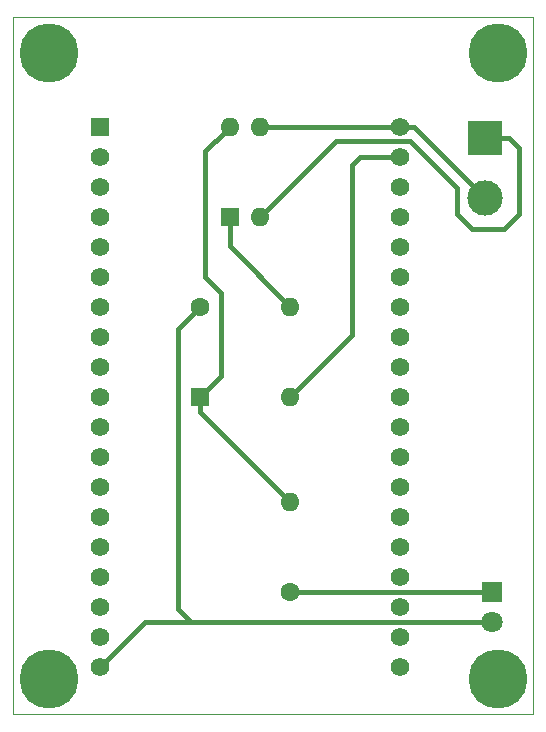
<source format=gbr>
%TF.GenerationSoftware,KiCad,Pcbnew,6.0.10+dfsg-1~bpo11+1*%
%TF.CreationDate,2023-02-14T21:12:36+00:00*%
%TF.ProjectId,Gazpar,47617a70-6172-42e6-9b69-6361645f7063,rev?*%
%TF.SameCoordinates,Original*%
%TF.FileFunction,Copper,L2,Bot*%
%TF.FilePolarity,Positive*%
%FSLAX45Y45*%
G04 Gerber Fmt 4.5, Leading zero omitted, Abs format (unit mm)*
G04 Created by KiCad (PCBNEW 6.0.10+dfsg-1~bpo11+1) date 2023-02-14 21:12:36*
%MOMM*%
%LPD*%
G01*
G04 APERTURE LIST*
%TA.AperFunction,Profile*%
%ADD10C,0.050000*%
%TD*%
%TA.AperFunction,ComponentPad*%
%ADD11R,1.800000X1.800000*%
%TD*%
%TA.AperFunction,ComponentPad*%
%ADD12C,1.800000*%
%TD*%
%TA.AperFunction,ComponentPad*%
%ADD13R,1.600000X1.600000*%
%TD*%
%TA.AperFunction,ComponentPad*%
%ADD14O,1.600000X1.600000*%
%TD*%
%TA.AperFunction,ComponentPad*%
%ADD15R,1.560000X1.560000*%
%TD*%
%TA.AperFunction,ComponentPad*%
%ADD16C,1.560000*%
%TD*%
%TA.AperFunction,ComponentPad*%
%ADD17C,1.600000*%
%TD*%
%TA.AperFunction,ComponentPad*%
%ADD18R,3.000000X3.000000*%
%TD*%
%TA.AperFunction,ComponentPad*%
%ADD19C,3.000000*%
%TD*%
%TA.AperFunction,ComponentPad*%
%ADD20C,2.900000*%
%TD*%
%TA.AperFunction,ConnectorPad*%
%ADD21C,5.000000*%
%TD*%
%TA.AperFunction,Conductor*%
%ADD22C,0.400000*%
%TD*%
G04 APERTURE END LIST*
D10*
X15000000Y-4100000D02*
X15000000Y-10000000D01*
X15000000Y-4100000D02*
X19400000Y-4100000D01*
X19400000Y-4100000D02*
X19400000Y-10000000D01*
X15000000Y-10000000D02*
X19400000Y-10000000D01*
D11*
X19057000Y-8961000D03*
D12*
X19057000Y-9215000D03*
D13*
X16584250Y-7310000D03*
D14*
X17346250Y-7310000D03*
D15*
X15730000Y-5024000D03*
D16*
X15730000Y-5278000D03*
X15730000Y-5532000D03*
X15730000Y-5786000D03*
X15730000Y-6040000D03*
X15730000Y-6294000D03*
X15730000Y-6548000D03*
X15730000Y-6802000D03*
X15730000Y-7056000D03*
X15730000Y-7310000D03*
X15730000Y-7564000D03*
X15730000Y-7818000D03*
X15730000Y-8072000D03*
X15730000Y-8326000D03*
X15730000Y-8580000D03*
X15730000Y-8834000D03*
X15730000Y-9088000D03*
X15730000Y-9342000D03*
X15730000Y-9596000D03*
X18270000Y-5024000D03*
X18270000Y-5278000D03*
X18270000Y-5532000D03*
X18270000Y-5786000D03*
X18270000Y-6040000D03*
X18270000Y-6294000D03*
X18270000Y-6548000D03*
X18270000Y-6802000D03*
X18270000Y-7056000D03*
X18270000Y-7310000D03*
X18270000Y-7564000D03*
X18270000Y-7818000D03*
X18270000Y-8072000D03*
X18270000Y-8326000D03*
X18270000Y-8580000D03*
X18270000Y-8834000D03*
X18270000Y-9088000D03*
X18270000Y-9342000D03*
X18270000Y-9596000D03*
D17*
X16584250Y-6548000D03*
D14*
X17346250Y-6548000D03*
D13*
X16837750Y-5786000D03*
D14*
X17091750Y-5786000D03*
X17091750Y-5024000D03*
X16837750Y-5024000D03*
D18*
X18993500Y-5118000D03*
D19*
X18993500Y-5626000D03*
D17*
X17346250Y-8961000D03*
D14*
X17346250Y-8199000D03*
D20*
X19100000Y-9700000D03*
D21*
X19100000Y-9700000D03*
X19100000Y-4400000D03*
D20*
X19100000Y-4400000D03*
X15300000Y-4400000D03*
D21*
X15300000Y-4400000D03*
D20*
X15300000Y-9700000D03*
D21*
X15300000Y-9700000D03*
D22*
X16837750Y-5786000D02*
X16837750Y-6039500D01*
X16837750Y-6039500D02*
X17346250Y-6548000D01*
X19057000Y-8961000D02*
X17346250Y-8961000D01*
X16756000Y-6434000D02*
X16623000Y-6301000D01*
X16712750Y-5149000D02*
X16837750Y-5024000D01*
X16584250Y-7310000D02*
X16756000Y-7138250D01*
X16623000Y-6301000D02*
X16623000Y-5235000D01*
X16584250Y-7310000D02*
X16584250Y-7437000D01*
X16756000Y-7138250D02*
X16756000Y-6434000D01*
X16709000Y-5149000D02*
X16712750Y-5149000D01*
X16584250Y-7437000D02*
X17346250Y-8199000D01*
X16623000Y-5235000D02*
X16709000Y-5149000D01*
X18755000Y-5542500D02*
X18755000Y-5765000D01*
X19193000Y-5118000D02*
X18993500Y-5118000D01*
X17730500Y-5147000D02*
X18359500Y-5147000D01*
X18755000Y-5765000D02*
X18880000Y-5890000D01*
X17608250Y-5269500D02*
X17608250Y-5269250D01*
X17608250Y-5269250D02*
X17730500Y-5147000D01*
X18359500Y-5147000D02*
X18755000Y-5542500D01*
X19155000Y-5890000D02*
X19280000Y-5765000D01*
X17091750Y-5786000D02*
X17608250Y-5269500D01*
X18880000Y-5890000D02*
X19155000Y-5890000D01*
X19280000Y-5205000D02*
X19193000Y-5118000D01*
X19280000Y-5765000D02*
X19280000Y-5205000D01*
X17346250Y-7310000D02*
X17864000Y-6792250D01*
X17864000Y-5351000D02*
X17937000Y-5278000D01*
X17937000Y-5278000D02*
X18270000Y-5278000D01*
X17864000Y-6792250D02*
X17864000Y-5351000D01*
X16507000Y-9215000D02*
X16111000Y-9215000D01*
X16397000Y-6735250D02*
X16397000Y-9105000D01*
X16584250Y-6548000D02*
X16397000Y-6735250D01*
X16397000Y-9105000D02*
X16507000Y-9215000D01*
X16111000Y-9215000D02*
X15730000Y-9596000D01*
X16507000Y-9215000D02*
X19057000Y-9215000D01*
X18391500Y-5024000D02*
X18993500Y-5626000D01*
X17091750Y-5024000D02*
X18270000Y-5024000D01*
X18270000Y-5024000D02*
X18391500Y-5024000D01*
M02*

</source>
